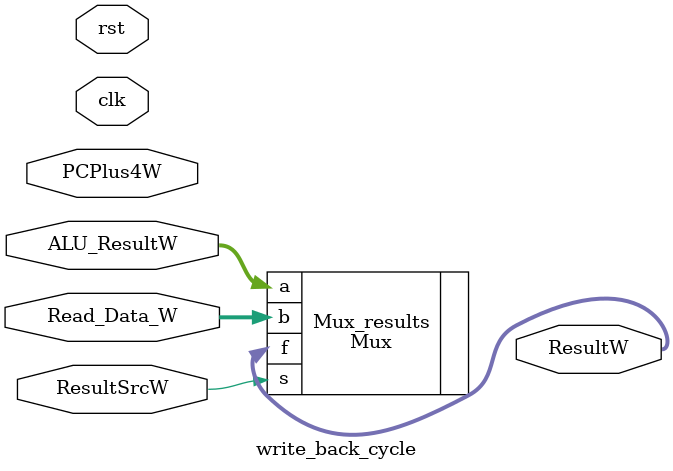
<source format=sv>
`include "Modules/Mux.sv"

module write_back_cycle(
    input logic clk, rst, ResultSrcW,
    input logic [31:0] ALU_ResultW, Read_Data_W, PCPlus4W,

    output logic [31:0] ResultW
);

Mux Mux_results(
    .a(ALU_ResultW),
    .b(Read_Data_W),
    .s(ResultSrcW),
    .f(ResultW)
);

endmodule
</source>
